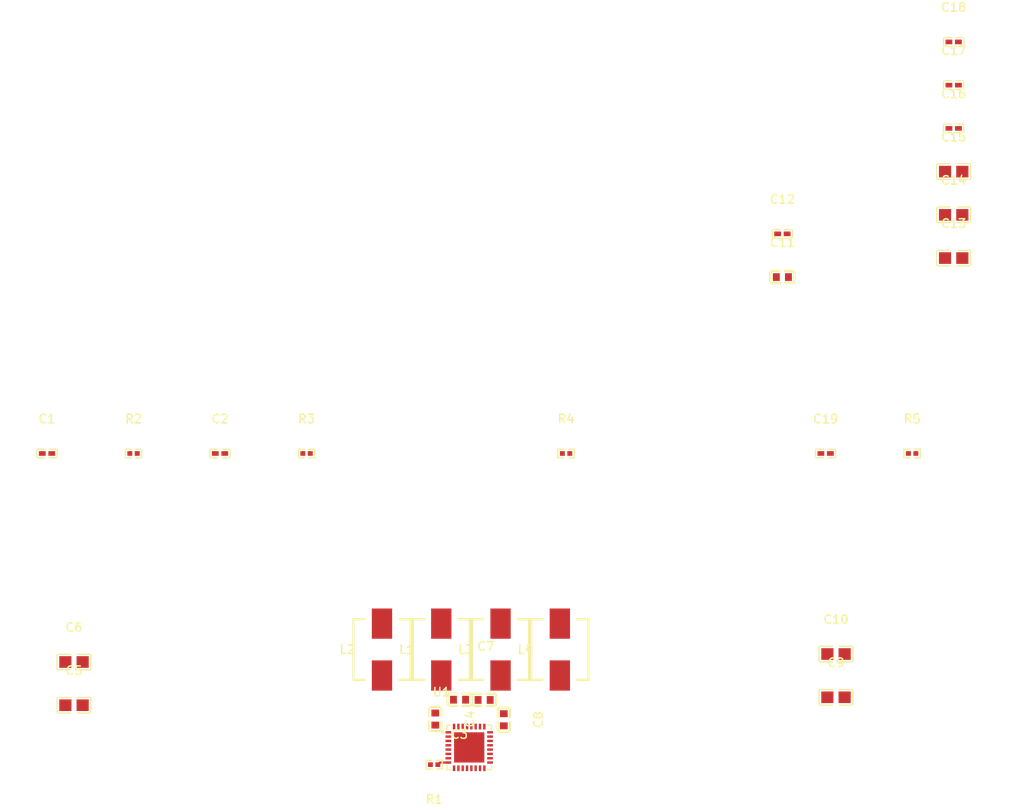
<source format=kicad_pcb>
(kicad_pcb (version 20240108) (generator "pcbnew") (generator_version "8.0")
  (layers (0 "F.Cu" signal) (31 "B.Cu" signal) (34 "B.Paste" user) (35 "F.Paste" user) (36 "B.SilkS" user "B.Silkscreen") (37 "F.SilkS" user "F.Silkscreen") (38 "B.Mask" user) (39 "F.Mask" user) (44 "Edge.Cuts" user))
  (net 0 "")
  (net 1 "lv")
  (net 2 "net-10")
  (net 3 "agnd")
  (net 4 "net-1")
  (net 5 "output_stage_b-net")
  (net 6 "net-2")
  (net 7 "net-8")
  (net 8 "net-7")
  (net 9 "sda")
  (net 10 "net-15")
  (net 11 "amplifier-net")
  (net 12 "power_pvdd-net")
  (net 13 "dvdd")
  (net 14 "amplifier-net-1")
  (net 15 "net")
  (net 16 "net-5")
  (net 17 "scl")
  (net 18 "hv")
  (net 19 "signal")
  (net 20 "net-13")
  (net 21 "net-3")
  (net 22 "net-9")
  (net 23 "signal-1")
  (net 24 "net-4")
  (net 25 "dgnd")
  (net 26 "net-6")
  (net 27 "sdin")
  (net 28 "sclk")
  (net 29 "ep")
  (net 30 "net-11")
  (net 31 "lrclk")
  (net 32 "net-12")
  (net 33 "output_stage_a-net")
  (net 34 "net-16")
  (net 35 "signal-2")
  (net 36 "net-14")
  (net 37 "signal-3")
  (footprint "lcsc:R0402" (layer "F.Cu") (at 126 80.6)
    (property "Reference" "R4" (at 0 -4 0) (layer "F.SilkS"))
    (property "Value" "")
    (fp_line (start -0.94 -0.5) (end -0.23 -0.5) (stroke (width 0.15)) (layer "F.SilkS"))
    (fp_line (start -0.94 0.5) (end -0.94 -0.5) (stroke (width 0.15)) (layer "F.SilkS"))
    (fp_line (start -0.23 0.5) (end -0.94 0.5) (stroke (width 0.15)) (layer "F.SilkS"))
    (fp_line (start 0.23 0.5) (end 0.94 0.5) (stroke (width 0.15)) (layer "F.SilkS"))
    (fp_line (start 0.94 -0.5) (end 0.23 -0.5) (stroke (width 0.15)) (layer "F.SilkS"))
    (fp_line (start 0.94 0.5) (end 0.94 -0.5) (stroke (width 0.15)) (layer "F.SilkS"))
    (fp_text user "${REFERENCE}" (at 0 -4 0) (layer "F.SilkS"))
    (pad "1" smd rect (at -0.43 0) (size 0.57 0.54) (layers "F.Cu" "F.Paste" "F.Mask") (net 6 "net-2"))
    (pad "2" smd rect (at 0.43 0) (size 0.57 0.54) (layers "F.Cu" "F.Paste" "F.Mask") (net 18 "hv"))
  )
  (footprint "lcsc:C0402" (layer "F.Cu") (at 156 80.6)
    (property "Reference" "C19" (at 0 -4 0) (layer "F.SilkS"))
    (property "Value" "")
    (fp_line (start -1.17 0.35) (end -1.17 -0.35) (stroke (width 0.15)) (layer "F.SilkS"))
    (fp_line (start -1.02 -0.5) (end -0.23 -0.5) (stroke (width 0.15)) (layer "F.SilkS"))
    (fp_line (start -0.23 0.5) (end -1.02 0.5) (stroke (width 0.15)) (layer "F.SilkS"))
    (fp_line (start 0.23 0.5) (end 1.02 0.5) (stroke (width 0.15)) (layer "F.SilkS"))
    (fp_line (start 1.02 -0.5) (end 0.23 -0.5) (stroke (width 0.15)) (layer "F.SilkS"))
    (fp_line (start 1.17 0.35) (end 1.17 -0.35) (stroke (width 0.15)) (layer "F.SilkS"))
    (fp_arc (start -1.17 -0.35) (mid -1.126066 -0.456066) (end -1.02 -0.5) (stroke (width 0.15)) (layer "F.SilkS"))
    (fp_arc (start -1.02 0.5) (mid -1.126066 0.456066) (end -1.17 0.35) (stroke (width 0.15)) (layer "F.SilkS"))
    (fp_arc (start 1.02 -0.5) (mid 1.126066 -0.456066) (end 1.17 -0.35) (stroke (width 0.15)) (layer "F.SilkS"))
    (fp_arc (start 1.17 0.35) (mid 1.126066 0.456066) (end 1.02 0.5) (stroke (width 0.15)) (layer "F.SilkS"))
    (fp_text user "${REFERENCE}" (at 0 -4 0) (layer "F.SilkS"))
    (pad "1" smd rect (at -0.55 0) (size 0.79 0.54) (layers "F.Cu" "F.Paste" "F.Mask") (net 10 "net-15"))
    (pad "2" smd rect (at 0.55 0) (size 0.79 0.54) (layers "F.Cu" "F.Paste" "F.Mask") (net 15 "net"))
  )
  (footprint "lcsc:C0603" (layer "F.Cu") (at 116.527059 109.108716)
    (property "Reference" "C7" (at 0.2 -6.2 360) (layer "F.SilkS"))
    (property "Value" "")
    (fp_line (start -1.41 -0.41) (end -1.41 0.39) (stroke (width 0.25)) (layer "F.SilkS"))
    (fp_line (start -0.3 -0.72) (end -1.1 -0.72) (stroke (width 0.25)) (layer "F.SilkS"))
    (fp_line (start -0.3 0.7) (end -1.1 0.7) (stroke (width 0.25)) (layer "F.SilkS"))
    (fp_line (start 0.28 -0.71) (end 1.08 -0.71) (stroke (width 0.25)) (layer "F.SilkS"))
    (fp_line (start 0.28 0.71) (end 1.08 0.71) (stroke (width 0.25)) (layer "F.SilkS"))
    (fp_line (start 1.39 -0.4) (end 1.39 0.4) (stroke (width 0.25)) (layer "F.SilkS"))
    (fp_arc (start -1.41 -0.41) (mid -1.319203 -0.629203) (end -1.1 -0.72) (stroke (width 0.25)) (layer "F.SilkS"))
    (fp_arc (start -1.1 0.7) (mid -1.319203 0.609203) (end -1.41 0.39) (stroke (width 0.25)) (layer "F.SilkS"))
    (fp_arc (start 1.08 -0.71) (mid 1.299203 -0.619203) (end 1.39 -0.4) (stroke (width 0.25)) (layer "F.SilkS"))
    (fp_arc (start 1.39 0.4) (mid 1.299203 0.619203) (end 1.08 0.71) (stroke (width 0.25)) (layer "F.SilkS"))
    (fp_text user "${REFERENCE}" (at 0.2 -6.2 360) (layer "F.SilkS"))
    (pad "1" smd rect (at -0.7 0) (size 0.8 0.9) (layers "F.Cu" "F.Paste" "F.Mask") (net 20 "net-13"))
    (pad "2" smd rect (at 0.7 0) (size 0.8 0.9) (layers "F.Cu" "F.Paste" "F.Mask") (net 36 "net-14"))
  )
  (footprint "lcsc:R0402" (layer "F.Cu") (at 166 80.6)
    (property "Reference" "R5" (at 0 -4 0) (layer "F.SilkS"))
    (property "Value" "")
    (fp_line (start -0.94 -0.5) (end -0.23 -0.5) (stroke (width 0.15)) (layer "F.SilkS"))
    (fp_line (start -0.94 0.5) (end -0.94 -0.5) (stroke (width 0.15)) (layer "F.SilkS"))
    (fp_line (start -0.23 0.5) (end -0.94 0.5) (stroke (width 0.15)) (layer "F.SilkS"))
    (fp_line (start 0.23 0.5) (end 0.94 0.5) (stroke (width 0.15)) (layer "F.SilkS"))
    (fp_line (start 0.94 -0.5) (end 0.23 -0.5) (stroke (width 0.15)) (layer "F.SilkS"))
    (fp_line (start 0.94 0.5) (end 0.94 -0.5) (stroke (width 0.15)) (layer "F.SilkS"))
    (fp_text user "${REFERENCE}" (at 0 -4 0) (layer "F.SilkS"))
    (pad "1" smd rect (at -0.43 0) (size 0.57 0.54) (layers "F.Cu" "F.Paste" "F.Mask") (net 30 "net-11"))
    (pad "2" smd rect (at 0.43 0) (size 0.57 0.54) (layers "F.Cu" "F.Paste" "F.Mask") (net 18 "hv"))
  )
  (footprint "lcsc:C0805" (layer "F.Cu") (at 69.118887 104.719548)
    (property "Reference" "C6" (at 0 -4 0) (layer "F.SilkS"))
    (property "Value" "")
    (fp_line (start -1.96 0.75) (end -1.96 -0.75) (stroke (width 0.15)) (layer "F.SilkS"))
    (fp_line (start -1.81 -0.9) (end -0.4 -0.9) (stroke (width 0.15)) (layer "F.SilkS"))
    (fp_line (start -0.4 0.9) (end -1.81 0.9) (stroke (width 0.15)) (layer "F.SilkS"))
    (fp_line (start 0.4 0.9) (end 1.81 0.9) (stroke (width 0.15)) (layer "F.SilkS"))
    (fp_line (start 1.81 -0.9) (end 0.4 -0.9) (stroke (width 0.15)) (layer "F.SilkS"))
    (fp_line (start 1.96 0.75) (end 1.96 -0.75) (stroke (width 0.15)) (layer "F.SilkS"))
    (fp_arc (start -1.96 -0.75) (mid -1.916066 -0.856066) (end -1.81 -0.9) (stroke (width 0.15)) (layer "F.SilkS"))
    (fp_arc (start -1.81 0.9) (mid -1.916066 0.856066) (end -1.96 0.75) (stroke (width 0.15)) (layer "F.SilkS"))
    (fp_arc (start 1.81 -0.9) (mid 1.916066 -0.856066) (end 1.96 -0.75) (stroke (width 0.15)) (layer "F.SilkS"))
    (fp_arc (start 1.96 0.75) (mid 1.916066 0.856066) (end 1.81 0.9) (stroke (width 0.15)) (layer "F.SilkS"))
    (fp_text user "${REFERENCE}" (at 0 -4 0) (layer "F.SilkS"))
    (pad "1" smd rect (at -1 0) (size 1.41 1.35) (layers "F.Cu" "F.Paste" "F.Mask") (net 23 "signal-1"))
    (pad "2" smd rect (at 1 0) (size 1.41 1.35) (layers "F.Cu" "F.Paste" "F.Mask") (net 33 "output_stage_a-net"))
  )
  (footprint "lcsc:IND-SMD_L7.3-W6.8" (layer "F.Cu") (at 104.719548 103.281113 90)
    (property "Reference" "L2" (at 0 -4 0) (layer "F.SilkS"))
    (property "Value" "")
    (fp_line (start 3.5 -3.3) (end 3.5 -2) (stroke (width 0.25)) (layer "F.SilkS"))
    (fp_line (start -3.5 -3.3) (end 3.5 -3.3) (stroke (width 0.25)) (layer "F.SilkS"))
    (fp_line (start -3.5 -3.3) (end -3.5 -2) (stroke (width 0.25)) (layer "F.SilkS"))
    (fp_line (start 3.5 2) (end 3.5 3.3) (stroke (width 0.25)) (layer "F.SilkS"))
    (fp_line (start -3.5 2) (end -3.5 3.3) (stroke (width 0.25)) (layer "F.SilkS"))
    (fp_line (start -3.5 3.3) (end 3.5 3.3) (stroke (width 0.25)) (layer "F.SilkS"))
    (fp_text user "${REFERENCE}" (at 0 -4 0) (layer "F.SilkS"))
    (pad "1" smd rect (at -3 0) (size 2.35 3.5) (layers "F.Cu" "F.Paste" "F.Mask") (net 26 "net-6"))
    (pad "2" smd rect (at 3 0) (size 2.35 3.5) (layers "F.Cu" "F.Paste" "F.Mask") (net 23 "signal-1"))
  )
  (footprint "lcsc:C0805" (layer "F.Cu") (at 69.118887 109.719548)
    (property "Reference" "C5" (at 0 -4 0) (layer "F.SilkS"))
    (property "Value" "680nF ±10% 50V X7R")
    (fp_line (start -1.96 0.75) (end -1.96 -0.75) (stroke (width 0.15)) (layer "F.SilkS"))
    (fp_line (start -1.81 -0.9) (end -0.4 -0.9) (stroke (width 0.15)) (layer "F.SilkS"))
    (fp_line (start -0.4 0.9) (end -1.81 0.9) (stroke (width 0.15)) (layer "F.SilkS"))
    (fp_line (start 0.4 0.9) (end 1.81 0.9) (stroke (width 0.15)) (layer "F.SilkS"))
    (fp_line (start 1.81 -0.9) (end 0.4 -0.9) (stroke (width 0.15)) (layer "F.SilkS"))
    (fp_line (start 1.96 0.75) (end 1.96 -0.75) (stroke (width 0.15)) (layer "F.SilkS"))
    (fp_arc (start -1.96 -0.75) (mid -1.916066 -0.856066) (end -1.81 -0.9) (stroke (width 0.15)) (layer "F.SilkS"))
    (fp_arc (start -1.81 0.9) (mid -1.916066 0.856066) (end -1.96 0.75) (stroke (width 0.15)) (layer "F.SilkS"))
    (fp_arc (start 1.81 -0.9) (mid 1.916066 -0.856066) (end 1.96 -0.75) (stroke (width 0.15)) (layer "F.SilkS"))
    (fp_arc (start 1.96 0.75) (mid 1.916066 0.856066) (end 1.81 0.9) (stroke (width 0.15)) (layer "F.SilkS"))
    (fp_text user "${REFERENCE}" (at 0 -4 0) (layer "F.SilkS"))
    (pad "1" smd rect (at -1 0) (size 1.41 1.35) (layers "F.Cu" "F.Paste" "F.Mask") (net 35 "signal-2"))
    (pad "2" smd rect (at 1 0) (size 1.41 1.35) (layers "F.Cu" "F.Paste" "F.Mask") (net 33 "output_stage_a-net"))
  )
  (footprint "lcsc:C0402" (layer "F.Cu") (at 170.8 33)
    (property "Reference" "C18" (at 0 -4 0) (layer "F.SilkS"))
    (property "Value" "")
    (fp_line (start -1.17 0.35) (end -1.17 -0.35) (stroke (width 0.15)) (layer "F.SilkS"))
    (fp_line (start -1.02 -0.5) (end -0.23 -0.5) (stroke (width 0.15)) (layer "F.SilkS"))
    (fp_line (start -0.23 0.5) (end -1.02 0.5) (stroke (width 0.15)) (layer "F.SilkS"))
    (fp_line (start 0.23 0.5) (end 1.02 0.5) (stroke (width 0.15)) (layer "F.SilkS"))
    (fp_line (start 1.02 -0.5) (end 0.23 -0.5) (stroke (width 0.15)) (layer "F.SilkS"))
    (fp_line (start 1.17 0.35) (end 1.17 -0.35) (stroke (width 0.15)) (layer "F.SilkS"))
    (fp_arc (start -1.17 -0.35) (mid -1.126066 -0.456066) (end -1.02 -0.5) (stroke (width 0.15)) (layer "F.SilkS"))
    (fp_arc (start -1.02 0.5) (mid -1.126066 0.456066) (end -1.17 0.35) (stroke (width 0.15)) (layer "F.SilkS"))
    (fp_arc (start 1.02 -0.5) (mid 1.126066 -0.456066) (end 1.17 -0.35) (stroke (width 0.15)) (layer "F.SilkS"))
    (fp_arc (start 1.17 0.35) (mid 1.126066 0.456066) (end 1.02 0.5) (stroke (width 0.15)) (layer "F.SilkS"))
    (fp_text user "${REFERENCE}" (at 0 -4 0) (layer "F.SilkS"))
    (pad "1" smd rect (at -0.55 0) (size 0.79 0.54) (layers "F.Cu" "F.Paste" "F.Mask") (net 12 "power_pvdd-net"))
    (pad "2" smd rect (at 0.55 0) (size 0.79 0.54) (layers "F.Cu" "F.Paste" "F.Mask") (net 15 "net"))
  )
  (footprint "lcsc:R0402" (layer "F.Cu") (at 76 80.6)
    (property "Reference" "R2" (at 0 -4 0) (layer "F.SilkS"))
    (property "Value" "10kΩ ±1% 62.5mW")
    (fp_line (start -0.94 -0.5) (end -0.23 -0.5) (stroke (width 0.15)) (layer "F.SilkS"))
    (fp_line (start -0.94 0.5) (end -0.94 -0.5) (stroke (width 0.15)) (layer "F.SilkS"))
    (fp_line (start -0.23 0.5) (end -0.94 0.5) (stroke (width 0.15)) (layer "F.SilkS"))
    (fp_line (start 0.23 0.5) (end 0.94 0.5) (stroke (width 0.15)) (layer "F.SilkS"))
    (fp_line (start 0.94 -0.5) (end 0.23 -0.5) (stroke (width 0.15)) (layer "F.SilkS"))
    (fp_line (start 0.94 0.5) (end 0.94 -0.5) (stroke (width 0.15)) (layer "F.SilkS"))
    (fp_text user "${REFERENCE}" (at 0 -4 0) (layer "F.SilkS"))
    (pad "1" smd rect (at -0.43 0) (size 0.57 0.54) (layers "F.Cu" "F.Paste" "F.Mask") (net 34 "net-16"))
    (pad "2" smd rect (at 0.43 0) (size 0.57 0.54) (layers "F.Cu" "F.Paste" "F.Mask") (net 18 "hv"))
  )
  (footprint "lcsc:VQFN-32_L5.0-W5.0-P0.50-TL-EP" (layer "F.Cu") (at 114.8 114.6)
    (property "Reference" "U1" (at -3.2 -6.41 0) (layer "F.SilkS"))
    (property "Value" "_Texas_Instruments_TAS5825MRHBR")
    (fp_line (start -2.58 -2.58) (end -2.58 -2.08) (stroke (width 0.15)) (layer "F.SilkS"))
    (fp_line (start -2.58 2.58) (end -2.58 2.08) (stroke (width 0.15)) (layer "F.SilkS"))
    (fp_line (start -2.08 -2.58) (end -2.58 -2.58) (stroke (width 0.15)) (layer "F.SilkS"))
    (fp_line (start -2.08 2.58) (end -2.58 2.58) (stroke (width 0.15)) (layer "F.SilkS"))
    (fp_line (start 2.08 -2.58) (end 2.58 -2.58) (stroke (width 0.15)) (layer "F.SilkS"))
    (fp_line (start 2.08 2.58) (end 2.58 2.58) (stroke (width 0.15)) (layer "F.SilkS"))
    (fp_line (start 2.58 -2.58) (end 2.58 -2.08) (stroke (width 0.15)) (layer "F.SilkS"))
    (fp_line (start 2.58 2.58) (end 2.58 2.08) (stroke (width 0.15)) (layer "F.SilkS"))
    (fp_circle (center -3.04 -1.75) (end -2.97 -1.75) (stroke (width 0.15)) (fill none) (layer "F.SilkS"))
    (fp_text user "${REFERENCE}" (at -3.2 -6.41 0) (layer "F.SilkS"))
    (pad "1" smd rect (at -2.41 -1.75) (size 0.66 0.28) (layers "F.Cu" "F.Paste" "F.Mask") (net 16 "net-5"))
    (pad "2" smd rect (at -2.41 -1.25) (size 0.66 0.28) (layers "F.Cu" "F.Paste" "F.Mask") (net 26 "net-6"))
    (pad "3" smd rect (at -2.41 -0.75) (size 0.66 0.28) (layers "F.Cu" "F.Paste" "F.Mask") (net 14 "amplifier-net-1"))
    (pad "4" smd rect (at -2.41 -0.25) (size 0.66 0.28) (layers "F.Cu" "F.Paste" "F.Mask") (net 14 "amplifier-net-1"))
    (pad "5" smd rect (at -2.41 0.25) (size 0.66 0.28) (layers "F.Cu" "F.Paste" "F.Mask") (net 25 "dgnd"))
    (pad "6" smd rect (at -2.41 0.75) (size 0.66 0.28) (layers "F.Cu" "F.Paste" "F.Mask") (net 13 "dvdd"))
    (pad "7" smd rect (at -2.41 1.25) (size 0.66 0.28) (layers "F.Cu" "F.Paste" "F.Mask") (net 10 "net-15"))
    (pad "8" smd rect (at -2.41 1.75) (size 0.66 0.28) (layers "F.Cu" "F.Paste" "F.Mask") (net 2 "net-10"))
    (pad "9" smd rect (at -1.75 2.41) (size 0.28 0.66) (layers "F.Cu" "F.Paste" "F.Mask") (net 34 "net-16"))
    (pad "10" smd rect (at -1.25 2.41) (size 0.28 0.66) (layers "F.Cu" "F.Paste" "F.Mask") (net 32 "net-12"))
    (pad "11" smd rect (at -0.75 2.41) (size 0.28 0.66) (layers "F.Cu" "F.Paste" "F.Mask") (net 30 "net-11"))
    (pad "12" smd rect (at -0.25 2.41) (size 0.28 0.66) (layers "F.Cu" "F.Paste" "F.Mask") (net 31 "lrclk"))
    (pad "13" smd rect (at 0.25 2.41) (size 0.28 0.66) (layers "F.Cu" "F.Paste" "F.Mask") (net 28 "sclk"))
    (pad "14" smd rect (at 0.75 2.41) (size 0.28 0.66) (layers "F.Cu" "F.Paste" "F.Mask") (net 27 "sdin"))
    (pad "15" smd rect (at 1.25 2.41) (size 0.28 0.66) (layers "F.Cu" "F.Paste" "F.Mask") (net 9 "sda"))
    (pad "16" smd rect (at 1.75 2.41) (size 0.28 0.66) (layers "F.Cu" "F.Paste" "F.Mask") (net 17 "scl"))
    (pad "17" smd rect (at 2.41 1.75) (size 0.66 0.28) (layers "F.Cu" "F.Paste" "F.Mask") (net 6 "net-2"))
    (pad "18" smd rect (at 2.41 1.25) (size 0.66 0.28) (layers "F.Cu" "F.Paste" "F.Mask") (net 4 "net-1"))
    (pad "19" smd rect (at 2.41 0.75) (size 0.66 0.28) (layers "F.Cu" "F.Paste" "F.Mask") (net 8 "net-7"))
    (pad "20" smd rect (at 2.41 0.25) (size 0.66 0.28) (layers "F.Cu" "F.Paste" "F.Mask") (net 3 "agnd"))
    (pad "21" smd rect (at 2.41 -0.25) (size 0.66 0.28) (layers "F.Cu" "F.Paste" "F.Mask") (net 14 "amplifier-net-1"))
    (pad "22" smd rect (at 2.41 -0.75) (size 0.66 0.28) (layers "F.Cu" "F.Paste" "F.Mask") (net 14 "amplifier-net-1"))
    (pad "23" smd rect (at 2.41 -1.25) (size 0.66 0.28) (layers "F.Cu" "F.Paste" "F.Mask") (net 24 "net-4"))
    (pad "24" smd rect (at 2.41 -1.75) (size 0.66 0.28) (layers "F.Cu" "F.Paste" "F.Mask") (net 21 "net-3"))
    (pad "25" smd rect (at 1.75 -2.41) (size 0.28 0.66) (layers "F.Cu" "F.Paste" "F.Mask") (net 11 "amplifier-net"))
    (pad "26" smd rect (at 1.25 -2.41) (size 0.28 0.66) (layers "F.Cu" "F.Paste" "F.Mask") (net 11 "amplifier-net"))
    (pad "27" smd rect (at 0.75 -2.41) (size 0.28 0.66) (layers "F.Cu" "F.Paste" "F.Mask") (net 36 "net-14"))
    (pad "28" smd rect (at 0.25 -2.41) (size 0.28 0.66) (layers "F.Cu" "F.Paste" "F.Mask") (net 20 "net-13"))
    (pad "29" smd rect (at -0.25 -2.41) (size 0.28 0.66) (layers "F.Cu" "F.Paste" "F.Mask") (net 22 "net-9"))
    (pad "30" smd rect (at -0.75 -2.41) (size 0.28 0.66) (layers "F.Cu" "F.Paste" "F.Mask") (net 7 "net-8"))
    (pad "31" smd rect (at -1.25 -2.41) (size 0.28 0.66) (layers "F.Cu" "F.Paste" "F.Mask") (net 11 "amplifier-net"))
    (pad "32" smd rect (at -1.75 -2.41) (size 0.28 0.66) (layers "F.Cu" "F.Paste" "F.Mask") (net 11 "amplifier-net"))
    (pad "33" smd rect (at 0 0) (size 3.5 3.5) (layers "F.Cu" "F.Paste" "F.Mask") (net 29 "ep"))
  )
  (footprint "lcsc:IND-SMD_L7.3-W6.8" (layer "F.Cu") (at 118.42491 103.281113 90)
    (property "Reference" "L3" (at 0 -4 0) (layer "F.SilkS"))
    (property "Value" "")
    (fp_line (start 3.5 -3.3) (end 3.5 -2) (stroke (width 0.25)) (layer "F.SilkS"))
    (fp_line (start -3.5 -3.3) (end 3.5 -3.3) (stroke (width 0.25)) (layer "F.SilkS"))
    (fp_line (start -3.5 -3.3) (end -3.5 -2) (stroke (width 0.25)) (layer "F.SilkS"))
    (fp_line (start 3.5 2) (end 3.5 3.3) (stroke (width 0.25)) (layer "F.SilkS"))
    (fp_line (start -3.5 2) (end -3.5 3.3) (stroke (width 0.25)) (layer "F.SilkS"))
    (fp_line (start -3.5 3.3) (end 3.5 3.3) (stroke (width 0.25)) (layer "F.SilkS"))
    (fp_text user "${REFERENCE}" (at 0 -4 0) (layer "F.SilkS"))
    (pad "1" smd rect (at -3 0) (size 2.35 3.5) (layers "F.Cu" "F.Paste" "F.Mask") (net 36 "net-14"))
    (pad "2" smd rect (at 3 0) (size 2.35 3.5) (layers "F.Cu" "F.Paste" "F.Mask") (net 37 "signal-3"))
  )
  (footprint "lcsc:C0402" (layer "F.Cu") (at 66 80.6)
    (property "Reference" "C1" (at 0 -4 0) (layer "F.SilkS"))
    (property "Value" "")
    (fp_line (start -1.17 0.35) (end -1.17 -0.35) (stroke (width 0.15)) (layer "F.SilkS"))
    (fp_line (start -1.02 -0.5) (end -0.23 -0.5) (stroke (width 0.15)) (layer "F.SilkS"))
    (fp_line (start -0.23 0.5) (end -1.02 0.5) (stroke (width 0.15)) (layer "F.SilkS"))
    (fp_line (start 0.23 0.5) (end 1.02 0.5) (stroke (width 0.15)) (layer "F.SilkS"))
    (fp_line (start 1.02 -0.5) (end 0.23 -0.5) (stroke (width 0.15)) (layer "F.SilkS"))
    (fp_line (start 1.17 0.35) (end 1.17 -0.35) (stroke (width 0.15)) (layer "F.SilkS"))
    (fp_arc (start -1.17 -0.35) (mid -1.126066 -0.456066) (end -1.02 -0.5) (stroke (width 0.15)) (layer "F.SilkS"))
    (fp_arc (start -1.02 0.5) (mid -1.126066 0.456066) (end -1.17 0.35) (stroke (width 0.15)) (layer "F.SilkS"))
    (fp_arc (start 1.02 -0.5) (mid 1.126066 -0.456066) (end 1.17 -0.35) (stroke (width 0.15)) (layer "F.SilkS"))
    (fp_arc (start 1.17 0.35) (mid 1.126066 0.456066) (end 1.02 0.5) (stroke (width 0.15)) (layer "F.SilkS"))
    (fp_text user "${REFERENCE}" (at 0 -4 0) (layer "F.SilkS"))
    (pad "1" smd rect (at -0.55 0) (size 0.79 0.54) (layers "F.Cu" "F.Paste" "F.Mask") (net 8 "net-7"))
    (pad "2" smd rect (at 0.55 0) (size 0.79 0.54) (layers "F.Cu" "F.Paste" "F.Mask") (net 1 "lv"))
  )
  (footprint "lcsc:C0805" (layer "F.Cu") (at 170.8 53)
    (property "Reference" "C14" (at 0 -4 0) (layer "F.SilkS"))
    (property "Value" "")
    (fp_line (start -1.96 0.75) (end -1.96 -0.75) (stroke (width 0.15)) (layer "F.SilkS"))
    (fp_line (start -1.81 -0.9) (end -0.4 -0.9) (stroke (width 0.15)) (layer "F.SilkS"))
    (fp_line (start -0.4 0.9) (end -1.81 0.9) (stroke (width 0.15)) (layer "F.SilkS"))
    (fp_line (start 0.4 0.9) (end 1.81 0.9) (stroke (width 0.15)) (layer "F.SilkS"))
    (fp_line (start 1.81 -0.9) (end 0.4 -0.9) (stroke (width 0.15)) (layer "F.SilkS"))
    (fp_line (start 1.96 0.75) (end 1.96 -0.75) (stroke (width 0.15)) (layer "F.SilkS"))
    (fp_arc (start -1.96 -0.75) (mid -1.916066 -0.856066) (end -1.81 -0.9) (stroke (width 0.15)) (layer "F.SilkS"))
    (fp_arc (start -1.81 0.9) (mid -1.916066 0.856066) (end -1.96 0.75) (stroke (width 0.15)) (layer "F.SilkS"))
    (fp_arc (start 1.81 -0.9) (mid 1.916066 -0.856066) (end 1.96 -0.75) (stroke (width 0.15)) (layer "F.SilkS"))
    (fp_arc (start 1.96 0.75) (mid 1.916066 0.856066) (end 1.81 0.9) (stroke (width 0.15)) (layer "F.SilkS"))
    (fp_text user "${REFERENCE}" (at 0 -4 0) (layer "F.SilkS"))
    (pad "1" smd rect (at -1 0) (size 1.41 1.35) (layers "F.Cu" "F.Paste" "F.Mask") (net 12 "power_pvdd-net"))
    (pad "2" smd rect (at 1 0) (size 1.41 1.35) (layers "F.Cu" "F.Paste" "F.Mask") (net 15 "net"))
  )
  (footprint "lcsc:C0402" (layer "F.Cu") (at 170.8 38)
    (property "Reference" "C17" (at 0 -4 0) (layer "F.SilkS"))
    (property "Value" "")
    (fp_line (start -1.17 0.35) (end -1.17 -0.35) (stroke (width 0.15)) (layer "F.SilkS"))
    (fp_line (start -1.02 -0.5) (end -0.23 -0.5) (stroke (width 0.15)) (layer "F.SilkS"))
    (fp_line (start -0.23 0.5) (end -1.02 0.5) (stroke (width 0.15)) (layer "F.SilkS"))
    (fp_line (start 0.23 0.5) (end 1.02 0.5) (stroke (width 0.15)) (layer "F.SilkS"))
    (fp_line (start 1.02 -0.5) (end 0.23 -0.5) (stroke (width 0.15)) (layer "F.SilkS"))
    (fp_line (start 1.17 0.35) (end 1.17 -0.35) (stroke (width 0.15)) (layer "F.SilkS"))
    (fp_arc (start -1.17 -0.35) (mid -1.126066 -0.456066) (end -1.02 -0.5) (stroke (width 0.15)) (layer "F.SilkS"))
    (fp_arc (start -1.02 0.5) (mid -1.126066 0.456066) (end -1.17 0.35) (stroke (width 0.15)) (layer "F.SilkS"))
    (fp_arc (start 1.02 -0.5) (mid 1.126066 -0.456066) (end 1.17 -0.35) (stroke (width 0.15)) (layer "F.SilkS"))
    (fp_arc (start 1.17 0.35) (mid 1.126066 0.456066) (end 1.02 0.5) (stroke (width 0.15)) (layer "F.SilkS"))
    (fp_text user "${REFERENCE}" (at 0 -4 0) (layer "F.SilkS"))
    (pad "1" smd rect (at -0.55 0) (size 0.79 0.54) (layers "F.Cu" "F.Paste" "F.Mask") (net 12 "power_pvdd-net"))
    (pad "2" smd rect (at 0.55 0) (size 0.79 0.54) (layers "F.Cu" "F.Paste" "F.Mask") (net 15 "net"))
  )
  (footprint "lcsc:C0402" (layer "F.Cu") (at 151 55.2)
    (property "Reference" "C12" (at 0 -4 0) (layer "F.SilkS"))
    (property "Value" "100nF ±10% 16V X7R")
    (fp_line (start -1.17 0.35) (end -1.17 -0.35) (stroke (width 0.15)) (layer "F.SilkS"))
    (fp_line (start -1.02 -0.5) (end -0.23 -0.5) (stroke (width 0.15)) (layer "F.SilkS"))
    (fp_line (start -0.23 0.5) (end -1.02 0.5) (stroke (width 0.15)) (layer "F.SilkS"))
    (fp_line (start 0.23 0.5) (end 1.02 0.5) (stroke (width 0.15)) (layer "F.SilkS"))
    (fp_line (start 1.02 -0.5) (end 0.23 -0.5) (stroke (width 0.15)) (layer "F.SilkS"))
    (fp_line (start 1.17 0.35) (end 1.17 -0.35) (stroke (width 0.15)) (layer "F.SilkS"))
    (fp_arc (start -1.17 -0.35) (mid -1.126066 -0.456066) (end -1.02 -0.5) (stroke (width 0.15)) (layer "F.SilkS"))
    (fp_arc (start -1.02 0.5) (mid -1.126066 0.456066) (end -1.17 0.35) (stroke (width 0.15)) (layer "F.SilkS"))
    (fp_arc (start 1.02 -0.5) (mid 1.126066 -0.456066) (end 1.17 -0.35) (stroke (width 0.15)) (layer "F.SilkS"))
    (fp_arc (start 1.17 0.35) (mid 1.126066 0.456066) (end 1.02 0.5) (stroke (width 0.15)) (layer "F.SilkS"))
    (fp_text user "${REFERENCE}" (at 0 -4 0) (layer "F.SilkS"))
    (pad "1" smd rect (at -0.55 0) (size 0.79 0.54) (layers "F.Cu" "F.Paste" "F.Mask") (net 18 "hv"))
    (pad "2" smd rect (at 0.55 0) (size 0.79 0.54) (layers "F.Cu" "F.Paste" "F.Mask") (net 1 "lv"))
  )
  (footprint "lcsc:C0805" (layer "F.Cu") (at 170.8 58)
    (property "Reference" "C13" (at 0 -4 0) (layer "F.SilkS"))
    (property "Value" "22µF ±20% 25V X5R")
    (fp_line (start -1.96 0.75) (end -1.96 -0.75) (stroke (width 0.15)) (layer "F.SilkS"))
    (fp_line (start -1.81 -0.9) (end -0.4 -0.9) (stroke (width 0.15)) (layer "F.SilkS"))
    (fp_line (start -0.4 0.9) (end -1.81 0.9) (stroke (width 0.15)) (layer "F.SilkS"))
    (fp_line (start 0.4 0.9) (end 1.81 0.9) (stroke (width 0.15)) (layer "F.SilkS"))
    (fp_line (start 1.81 -0.9) (end 0.4 -0.9) (stroke (width 0.15)) (layer "F.SilkS"))
    (fp_line (start 1.96 0.75) (end 1.96 -0.75) (stroke (width 0.15)) (layer "F.SilkS"))
    (fp_arc (start -1.96 -0.75) (mid -1.916066 -0.856066) (end -1.81 -0.9) (stroke (width 0.15)) (layer "F.SilkS"))
    (fp_arc (start -1.81 0.9) (mid -1.916066 0.856066) (end -1.96 0.75) (stroke (width 0.15)) (layer "F.SilkS"))
    (fp_arc (start 1.81 -0.9) (mid 1.916066 -0.856066) (end 1.96 -0.75) (stroke (width 0.15)) (layer "F.SilkS"))
    (fp_arc (start 1.96 0.75) (mid 1.916066 0.856066) (end 1.81 0.9) (stroke (width 0.15)) (layer "F.SilkS"))
    (fp_text user "${REFERENCE}" (at 0 -4 0) (layer "F.SilkS"))
    (pad "1" smd rect (at -1 0) (size 1.41 1.35) (layers "F.Cu" "F.Paste" "F.Mask") (net 12 "power_pvdd-net"))
    (pad "2" smd rect (at 1 0) (size 1.41 1.35) (layers "F.Cu" "F.Paste" "F.Mask") (net 15 "net"))
  )
  (footprint "lcsc:R0402" (layer "F.Cu") (at 96 80.6)
    (property "Reference" "R3" (at 0 -4 0) (layer "F.SilkS"))
    (property "Value" "")
    (fp_line (start -0.94 -0.5) (end -0.23 -0.5) (stroke (width 0.15)) (layer "F.SilkS"))
    (fp_line (start -0.94 0.5) (end -0.94 -0.5) (stroke (width 0.15)) (layer "F.SilkS"))
    (fp_line (start -0.23 0.5) (end -0.94 0.5) (stroke (width 0.15)) (layer "F.SilkS"))
    (fp_line (start 0.23 0.5) (end 0.94 0.5) (stroke (width 0.15)) (layer "F.SilkS"))
    (fp_line (start 0.94 -0.5) (end 0.23 -0.5) (stroke (width 0.15)) (layer "F.SilkS"))
    (fp_line (start 0.94 0.5) (end 0.94 -0.5) (stroke (width 0.15)) (layer "F.SilkS"))
    (fp_text user "${REFERENCE}" (at 0 -4 0) (layer "F.SilkS"))
    (pad "1" smd rect (at -0.43 0) (size 0.57 0.54) (layers "F.Cu" "F.Paste" "F.Mask") (net 32 "net-12"))
    (pad "2" smd rect (at 0.43 0) (size 0.57 0.54) (layers "F.Cu" "F.Paste" "F.Mask") (net 18 "hv"))
  )
  (footprint "lcsc:IND-SMD_L7.3-W6.8" (layer "F.Cu") (at 125.277591 103.281113 90)
    (property "Reference" "L4" (at 0 -4 0) (layer "F.SilkS"))
    (property "Value" "")
    (fp_line (start 3.5 -3.3) (end 3.5 -2) (stroke (width 0.25)) (layer "F.SilkS"))
    (fp_line (start -3.5 -3.3) (end 3.5 -3.3) (stroke (width 0.25)) (layer "F.SilkS"))
    (fp_line (start -3.5 -3.3) (end -3.5 -2) (stroke (width 0.25)) (layer "F.SilkS"))
    (fp_line (start 3.5 2) (end 3.5 3.3) (stroke (width 0.25)) (layer "F.SilkS"))
    (fp_line (start -3.5 2) (end -3.5 3.3) (stroke (width 0.25)) (layer "F.SilkS"))
    (fp_line (start -3.5 3.3) (end 3.5 3.3) (stroke (width 0.25)) (layer "F.SilkS"))
    (fp_text user "${REFERENCE}" (at 0 -4 0) (layer "F.SilkS"))
    (pad "1" smd rect (at -3 0) (size 2.35 3.5) (layers "F.Cu" "F.Paste" "F.Mask") (net 24 "net-4"))
    (pad "2" smd rect (at 3 0) (size 2.35 3.5) (layers "F.Cu" "F.Paste" "F.Mask") (net 19 "signal"))
  )
  (footprint "lcsc:C0402" (layer "F.Cu") (at 170.8 43)
    (property "Reference" "C16" (at 0 -4 0) (layer "F.SilkS"))
    (property "Value" "")
    (fp_line (start -1.17 0.35) (end -1.17 -0.35) (stroke (width 0.15)) (layer "F.SilkS"))
    (fp_line (start -1.02 -0.5) (end -0.23 -0.5) (stroke (width 0.15)) (layer "F.SilkS"))
    (fp_line (start -0.23 0.5) (end -1.02 0.5) (stroke (width 0.15)) (layer "F.SilkS"))
    (fp_line (start 0.23 0.5) (end 1.02 0.5) (stroke (width 0.15)) (layer "F.SilkS"))
    (fp_line (start 1.02 -0.5) (end 0.23 -0.5) (stroke (width 0.15)) (layer "F.SilkS"))
    (fp_line (start 1.17 0.35) (end 1.17 -0.35) (stroke (width 0.15)) (layer "F.SilkS"))
    (fp_arc (start -1.17 -0.35) (mid -1.126066 -0.456066) (end -1.02 -0.5) (stroke (width 0.15)) (layer "F.SilkS"))
    (fp_arc (start -1.02 0.5) (mid -1.126066 0.456066) (end -1.17 0.35) (stroke (width 0.15)) (layer "F.SilkS"))
    (fp_arc (start 1.02 -0.5) (mid 1.126066 -0.456066) (end 1.17 -0.35) (stroke (width 0.15)) (layer "F.SilkS"))
    (fp_arc (start 1.17 0.35) (mid 1.126066 0.456066) (end 1.02 0.5) (stroke (width 0.15)) (layer "F.SilkS"))
    (fp_text user "${REFERENCE}" (at 0 -4 0) (layer "F.SilkS"))
    (pad "1" smd rect (at -0.55 0) (size 0.79 0.54) (layers "F.Cu" "F.Paste" "F.Mask") (net 12 "power_pvdd-net"))
    (pad "2" smd rect (at 0.55 0) (size 0.79 0.54) (layers "F.Cu" "F.Paste" "F.Mask") (net 15 "net"))
  )
  (footprint "lcsc:C0805" (layer "F.Cu") (at 170.8 48)
    (property "Reference" "C15" (at 0 -4 0) (layer "F.SilkS"))
    (property "Value" "")
    (fp_line (start -1.96 0.75) (end -1.96 -0.75) (stroke (width 0.15)) (layer "F.SilkS"))
    (fp_line (start -1.81 -0.9) (end -0.4 -0.9) (stroke (width 0.15)) (layer "F.SilkS"))
    (fp_line (start -0.4 0.9) (end -1.81 0.9) (stroke (width 0.15)) (layer "F.SilkS"))
    (fp_line (start 0.4 0.9) (end 1.81 0.9) (stroke (width 0.15)) (layer "F.SilkS"))
    (fp_line (start 1.81 -0.9) (end 0.4 -0.9) (stroke (width 0.15)) (layer "F.SilkS"))
    (fp_line (start 1.96 0.75) (end 1.96 -0.75) (stroke (width 0.15)) (layer "F.SilkS"))
    (fp_arc (start -1.96 -0.75) (mid -1.916066 -0.856066) (end -1.81 -0.9) (stroke (width 0.15)) (layer "F.SilkS"))
    (fp_arc (start -1.81 0.9) (mid -1.916066 0.856066) (end -1.96 0.75) (stroke (width 0.15)) (layer "F.SilkS"))
    (fp_arc (start 1.81 -0.9) (mid 1.916066 -0.856066) (end 1.96 -0.75) (stroke (width 0.15)) (layer "F.SilkS"))
    (fp_arc (start 1.96 0.75) (mid 1.916066 0.856066) (end 1.81 0.9) (stroke (width 0.15)) (layer "F.SilkS"))
    (fp_text user "${REFERENCE}" (at 0 -4 0) (layer "F.SilkS"))
    (pad "1" smd rect (at -1 0) (size 1.41 1.35) (layers "F.Cu" "F.Paste" "F.Mask") (net 12 "power_pvdd-net"))
    (pad "2" smd rect (at 1 0) (size 1.41 1.35) (layers "F.Cu" "F.Paste" "F.Mask") (net 15 "net"))
  )
  (footprint "lcsc:C0805" (layer "F.Cu") (at 157.2 108.8)
    (property "Reference" "C9" (at 0 -4 0) (layer "F.SilkS"))
    (property "Value" "")
    (fp_line (start -1.96 0.75) (end -1.96 -0.75) (stroke (width 0.15)) (layer "F.SilkS"))
    (fp_line (start -1.81 -0.9) (end -0.4 -0.9) (stroke (width 0.15)) (layer "F.SilkS"))
    (fp_line (start -0.4 0.9) (end -1.81 0.9) (stroke (width 0.15)) (layer "F.SilkS"))
    (fp_line (start 0.4 0.9) (end 1.81 0.9) (stroke (width 0.15)) (layer "F.SilkS"))
    (fp_line (start 1.81 -0.9) (end 0.4 -0.9) (stroke (width 0.15)) (layer "F.SilkS"))
    (fp_line (start 1.96 0.75) (end 1.96 -0.75) (stroke (width 0.15)) (layer "F.SilkS"))
    (fp_arc (start -1.96 -0.75) (mid -1.916066 -0.856066) (end -1.81 -0.9) (stroke (width 0.15)) (layer "F.SilkS"))
    (fp_arc (start -1.81 0.9) (mid -1.916066 0.856066) (end -1.96 0.75) (stroke (width 0.15)) (layer "F.SilkS"))
    (fp_arc (start 1.81 -0.9) (mid 1.916066 -0.856066) (end 1.96 -0.75) (stroke (width 0.15)) (layer "F.SilkS"))
    (fp_arc (start 1.96 0.75) (mid 1.916066 0.856066) (end 1.81 0.9) (stroke (width 0.15)) (layer "F.SilkS"))
    (fp_text user "${REFERENCE}" (at 0 -4 0) (layer "F.SilkS"))
    (pad "1" smd rect (at -1 0) (size 1.41 1.35) (layers "F.Cu" "F.Paste" "F.Mask") (net 37 "signal-3"))
    (pad "2" smd rect (at 1 0) (size 1.41 1.35) (layers "F.Cu" "F.Paste" "F.Mask") (net 5 "output_stage_b-net"))
  )
  (footprint "lcsc:C0805" (layer "F.Cu") (at 157.2 103.8)
    (property "Reference" "C10" (at 0 -4 0) (layer "F.SilkS"))
    (property "Value" "")
    (fp_line (start -1.96 0.75) (end -1.96 -0.75) (stroke (width 0.15)) (layer "F.SilkS"))
    (fp_line (start -1.81 -0.9) (end -0.4 -0.9) (stroke (width 0.15)) (layer "F.SilkS"))
    (fp_line (start -0.4 0.9) (end -1.81 0.9) (stroke (width 0.15)) (layer "F.SilkS"))
    (fp_line (start 0.4 0.9) (end 1.81 0.9) (stroke (width 0.15)) (layer "F.SilkS"))
    (fp_line (start 1.81 -0.9) (end 0.4 -0.9) (stroke (width 0.15)) (layer "F.SilkS"))
    (fp_line (start 1.96 0.75) (end 1.96 -0.75) (stroke (width 0.15)) (layer "F.SilkS"))
    (fp_arc (start -1.96 -0.75) (mid -1.916066 -0.856066) (end -1.81 -0.9) (stroke (width 0.15)) (layer "F.SilkS"))
    (fp_arc (start -1.81 0.9) (mid -1.916066 0.856066) (end -1.96 0.75) (stroke (width 0.15)) (layer "F.SilkS"))
    (fp_arc (start 1.81 -0.9) (mid 1.916066 -0.856066) (end 1.96 -0.75) (stroke (width 0.15)) (layer "F.SilkS"))
    (fp_arc (start 1.96 0.75) (mid 1.916066 0.856066) (end 1.81 0.9) (stroke (width 0.15)) (layer "F.SilkS"))
    (fp_text user "${REFERENCE}" (at 0 -4 0) (layer "F.SilkS"))
    (pad "1" smd rect (at -1 0) (size 1.41 1.35) (layers "F.Cu" "F.Paste" "F.Mask") (net 19 "signal"))
    (pad "2" smd rect (at 1 0) (size 1.41 1.35) (layers "F.Cu" "F.Paste" "F.Mask") (net 5 "output_stage_b-net"))
  )
  (footprint "lcsc:C0603" (layer "F.Cu") (at 118.8 111.4 -90)
    (property "Reference" "C8" (at 0 -4 90) (layer "F.SilkS"))
    (property "Value" "")
    (fp_line (start 0.28 0.71) (end 1.08 0.71) (stroke (width 0.25)) (layer "F.SilkS"))
    (fp_line (start -0.3 0.7) (end -1.1 0.7) (stroke (width 0.25)) (layer "F.SilkS"))
    (fp_line (start 1.39 -0.4) (end 1.39 0.4) (stroke (width 0.25)) (layer "F.SilkS"))
    (fp_line (start -1.41 -0.41) (end -1.41 0.39) (stroke (width 0.25)) (layer "F.SilkS"))
    (fp_line (start 0.28 -0.71) (end 1.08 -0.71) (stroke (width 0.25)) (layer "F.SilkS"))
    (fp_line (start -0.3 -0.72) (end -1.1 -0.72) (stroke (width 0.25)) (layer "F.SilkS"))
    (fp_arc (start -1.1 0.7) (mid -1.319203 0.609203) (end -1.41 0.39) (stroke (width 0.25)) (layer "F.SilkS"))
    (fp_arc (start 1.39 0.4) (mid 1.299203 0.619203) (end 1.08 0.71) (stroke (width 0.25)) (layer "F.SilkS"))
    (fp_arc (start -1.41 -0.41) (mid -1.319203 -0.629203) (end -1.1 -0.72) (stroke (width 0.25)) (layer "F.SilkS"))
    (fp_arc (start 1.08 -0.71) (mid 1.299203 -0.619203) (end 1.39 -0.4) (stroke (width 0.25)) (layer "F.SilkS"))
    (fp_text user "${REFERENCE}" (at 0 -4 90) (layer "F.SilkS"))
    (pad "1" smd rect (at -0.7 0 270) (size 0.8 0.9) (layers "F.Cu" "F.Paste" "F.Mask") (net 21 "net-3"))
    (pad "2" smd rect (at 0.7 0 270) (size 0.8 0.9) (layers "F.Cu" "F.Paste" "F.Mask") (net 24 "net-4"))
  )
  (footprint "lcsc:C0603" (layer "F.Cu") (at 151 60.2)
    (property "Reference" "C11" (at 0 -4 0) (layer "F.SilkS"))
    (property "Value" "4.7µF ±10% 16V X5R")
    (fp_line (start -1.41 -0.41) (end -1.41 0.39) (stroke (width 0.25)) (layer "F.SilkS"))
    (fp_line (start -0.3 -0.72) (end -1.1 -0.72) (stroke (width 0.25)) (layer "F.SilkS"))
    (fp_line (start -0.3 0.7) (end -1.1 0.7) (stroke (width 0.25)) (layer "F.SilkS"))
    (fp_line (start 0.28 -0.71) (end 1.08 -0.71) (stroke (width 0.25)) (layer "F.SilkS"))
    (fp_line (start 0.28 0.71) (end 1.08 0.71) (stroke (width 0.25)) (layer "F.SilkS"))
    (fp_line (start 1.39 -0.4) (end 1.39 0.4) (stroke (width 0.25)) (layer "F.SilkS"))
    (fp_arc (start -1.41 -0.41) (mid -1.319203 -0.629203) (end -1.1 -0.72) (stroke (width 0.25)) (layer "F.SilkS"))
    (fp_arc (start -1.1 0.7) (mid -1.319203 0.609203) (end -1.41 0.39) (stroke (width 0.25)) (layer "F.SilkS"))
    (fp_arc (start 1.08 -0.71) (mid 1.299203 -0.619203) (end 1.39 -0.4) (stroke (width 0.25)) (layer "F.SilkS"))
    (fp_arc (start 1.39 0.4) (mid 1.299203 0.619203) (end 1.08 0.71) (stroke (width 0.25)) (layer "F.SilkS"))
    (fp_text user "${REFERENCE}" (at 0 -4 0) (layer "F.SilkS"))
    (pad "1" smd rect (at -0.7 0) (size 0.8 0.9) (layers "F.Cu" "F.Paste" "F.Mask") (net 18 "hv"))
    (pad "2" smd rect (at 0.7 0) (size 0.8 0.9) (layers "F.Cu" "F.Paste" "F.Mask") (net 1 "lv"))
  )
  (footprint "lcsc:C0603" (layer "F.Cu") (at 110.880452 111.318887 -90)
    (property "Reference" "C4" (at 0 -4 90) (layer "F.SilkS"))
    (property "Value" "")
    (fp_line (start 0.28 0.71) (end 1.08 0.71) (stroke (width 0.25)) (layer "F.SilkS"))
    (fp_line (start -0.3 0.7) (end -1.1 0.7) (stroke (width 0.25)) (layer "F.SilkS"))
    (fp_line (start 1.39 -0.4) (end 1.39 0.4) (stroke (width 0.25)) (layer "F.SilkS"))
    (fp_line (start -1.41 -0.41) (end -1.41 0.39) (stroke (width 0.25)) (layer "F.SilkS"))
    (fp_line (start 0.28 -0.71) (end 1.08 -0.71) (stroke (width 0.25)) (layer "F.SilkS"))
    (fp_line (start -0.3 -0.72) (end -1.1 -0.72) (stroke (width 0.25)) (layer "F.SilkS"))
    (fp_arc (start -1.1 0.7) (mid -1.319203 0.609203) (end -1.41 0.39) (stroke (width 0.25)) (layer "F.SilkS"))
    (fp_arc (start 1.39 0.4) (mid 1.299203 0.619203) (end 1.08 0.71) (stroke (width 0.25)) (layer "F.SilkS"))
    (fp_arc (start -1.41 -0.41) (mid -1.319203 -0.629203) (end -1.1 -0.72) (stroke (width 0.25)) (layer "F.SilkS"))
    (fp_arc (start 1.08 -0.71) (mid 1.299203 -0.619203) (end 1.39 -0.4) (stroke (width 0.25)) (layer "F.SilkS"))
    (fp_text user "${REFERENCE}" (at 0 -4 90) (layer "F.SilkS"))
    (pad "1" smd rect (at -0.7 0 270) (size 0.8 0.9) (layers "F.Cu" "F.Paste" "F.Mask") (net 16 "net-5"))
    (pad "2" smd rect (at 0.7 0 270) (size 0.8 0.9) (layers "F.Cu" "F.Paste" "F.Mask") (net 26 "net-6"))
  )
  (footprint "lcsc:C0603" (layer "F.Cu") (at 113.681113 109.080452 180)
    (property "Reference" "C3" (at 0 -4 360) (layer "F.SilkS"))
    (property "Value" "470nF ±10% 50V X7R")
    (fp_line (start 1.39 -0.4) (end 1.39 0.4) (stroke (width 0.25)) (layer "F.SilkS"))
    (fp_line (start 0.28 0.71) (end 1.08 0.71) (stroke (width 0.25)) (layer "F.SilkS"))
    (fp_line (start 0.28 -0.71) (end 1.08 -0.71) (stroke (width 0.25)) (layer "F.SilkS"))
    (fp_line (start -0.3 0.7) (end -1.1 0.7) (stroke (width 0.25)) (layer "F.SilkS"))
    (fp_line (start -0.3 -0.72) (end -1.1 -0.72) (stroke (width 0.25)) (layer "F.SilkS"))
    (fp_line (start -1.41 -0.41) (end -1.41 0.39) (stroke (width 0.25)) (layer "F.SilkS"))
    (fp_arc (start 1.39 0.4) (mid 1.299203 0.619203) (end 1.08 0.71) (stroke (width 0.25)) (layer "F.SilkS"))
    (fp_arc (start 1.08 -0.71) (mid 1.299203 -0.619203) (end 1.39 -0.4) (stroke (width 0.25)) (layer "F.SilkS"))
    (fp_arc (start -1.1 0.7) (mid -1.319203 0.609203) (end -1.41 0.39) (stroke (width 0.25)) (layer "F.SilkS"))
    (fp_arc (start -1.41 -0.41) (mid -1.319203 -0.629203) (end -1.1 -0.72) (stroke (width 0.25)) (layer "F.SilkS"))
    (fp_text user "${REFERENCE}" (at 0 -4 360) (layer "F.SilkS"))
    (pad "1" smd rect (at -0.7 0 180) (size 0.8 0.9) (layers "F.Cu" "F.Paste" "F.Mask") (net 22 "net-9"))
    (pad "2" smd rect (at 0.7 0 180) (size 0.8 0.9) (layers "F.Cu" "F.Paste" "F.Mask") (net 7 "net-8"))
  )
  (footprint "lcsc:IND-SMD_L7.3-W6.8" (layer "F.Cu") (at 111.572229 103.281113 90)
    (property "Reference" "L1" (at 0 -4 0) (layer "F.SilkS"))
    (property "Value" "10µH ±20% 4.5A 68mΩ")
    (fp_line (start 3.5 -3.3) (end 3.5 -2) (stroke (width 0.25)) (layer "F.SilkS"))
    (fp_line (start -3.5 -3.3) (end 3.5 -3.3) (stroke (width 0.25)) (layer "F.SilkS"))
    (fp_line (start -3.5 -3.3) (end -3.5 -2) (stroke (width 0.25)) (layer "F.SilkS"))
    (fp_line (start 3.5 2) (end 3.5 3.3) (stroke (width 0.25)) (layer "F.SilkS"))
    (fp_line (start -3.5 2) (end -3.5 3.3) (stroke (width 0.25)) (layer "F.SilkS"))
    (fp_line (start -3.5 3.3) (end 3.5 3.3) (stroke (width 0.25)) (layer "F.SilkS"))
    (fp_text user "${REFERENCE}" (at 0 -4 0) (layer "F.SilkS"))
    (pad "1" smd rect (at -3 0) (size 2.35 3.5) (layers "F.Cu" "F.Paste" "F.Mask") (net 7 "net-8"))
    (pad "2" smd rect (at 3 0) (size 2.35 3.5) (layers "F.Cu" "F.Paste" "F.Mask") (net 35 "signal-2"))
  )
  (footprint "lcsc:C0402" (layer "F.Cu") (at 86 80.6)
    (property "Reference" "C2" (at 0 -4 0) (layer "F.SilkS"))
    (property "Value" "1µF ±10% 25V X5R")
    (fp_line (start -1.17 0.35) (end -1.17 -0.35) (stroke (width 0.15)) (layer "F.SilkS"))
    (fp_line (start -1.02 -0.5) (end -0.23 -0.5) (stroke (width 0.15)) (layer "F.SilkS"))
    (fp_line (start -0.23 0.5) (end -1.02 0.5) (stroke (width 0.15)) (layer "F.SilkS"))
    (fp_line (start 0.23 0.5) (end 1.02 0.5) (stroke (width 0.15)) (layer "F.SilkS"))
    (fp_line (start 1.02 -0.5) (end 0.23 -0.5) (stroke (width 0.15)) (layer "F.SilkS"))
    (fp_line (start 1.17 0.35) (end 1.17 -0.35) (stroke (width 0.15)) (layer "F.SilkS"))
    (fp_arc (start -1.17 -0.35) (mid -1.126066 -0.456066) (end -1.02 -0.5) (stroke (width 0.15)) (layer "F.SilkS"))
    (fp_arc (start -1.02 0.5) (mid -1.126066 0.456066) (end -1.17 0.35) (stroke (width 0.15)) (layer "F.SilkS"))
    (fp_arc (start 1.02 -0.5) (mid 1.126066 -0.456066) (end 1.17 -0.35) (stroke (width 0.15)) (layer "F.SilkS"))
    (fp_arc (start 1.17 0.35) (mid 1.126066 0.456066) (end 1.02 0.5) (stroke (width 0.15)) (layer "F.SilkS"))
    (fp_text user "${REFERENCE}" (at 0 -4 0) (layer "F.SilkS"))
    (pad "1" smd rect (at -0.55 0) (size 0.79 0.54) (layers "F.Cu" "F.Paste" "F.Mask") (net 4 "net-1"))
    (pad "2" smd rect (at 0.55 0) (size 0.79 0.54) (layers "F.Cu" "F.Paste" "F.Mask") (net 1 "lv"))
  )
  (footprint "lcsc:R0402" (layer "F.Cu") (at 110.745879 116.594557 180)
    (property "Reference" "R1" (at 0 -4 0) (layer "F.SilkS"))
    (property "Value" "10Ω ±1% 62.5mW")
    (fp_line (start 0.94 0.5) (end 0.94 -0.5) (stroke (width 0.15)) (layer "F.SilkS"))
    (fp_line (start 0.94 -0.5) (end 0.23 -0.5) (stroke (width 0.15)) (layer "F.SilkS"))
    (fp_line (start 0.23 0.5) (end 0.94 0.5) (stroke (width 0.15)) (layer "F.SilkS"))
    (fp_line (start -0.23 0.5) (end -0.94 0.5) (stroke (width 0.15)) (layer "F.SilkS"))
    (fp_line (start -0.94 0.5) (end -0.94 -0.5) (stroke (width 0.15)) (layer "F.SilkS"))
    (fp_line (start -0.94 -0.5) (end -0.23 -0.5) (stroke (width 0.15)) (layer "F.SilkS"))
    (fp_text user "${REFERENCE}" (at 0 -4 0) (layer "F.SilkS"))
    (pad "1" smd rect (at -0.43 0 180) (size 0.57 0.54) (layers "F.Cu" "F.Paste" "F.Mask") (net 2 "net-10"))
    (pad "2" smd rect (at 0.43 0 180) (size 0.57 0.54) (layers "F.Cu" "F.Paste" "F.Mask") (net 1 "lv"))
  )
  (segment (start 111.420436 116.35) (end 111.175879 116.594557) (width 0.25) (layer "F.Cu") (net 2))
  (segment (start 112.39 116.35) (end 111.420436 116.35) (width 0.25) (layer "F.Cu") (net 2))
)
</source>
